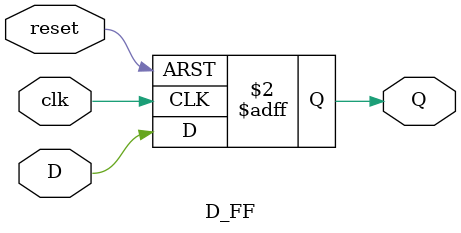
<source format=sv>
module D_FF (
  input D,
  clk,
  reset,
  output reg Q
);

  always @(posedge clk or posedge reset) begin
    if (reset) begin
      Q <= 1'b0;
    end else begin
      Q <= D;
    end
  end

endmodule


</source>
